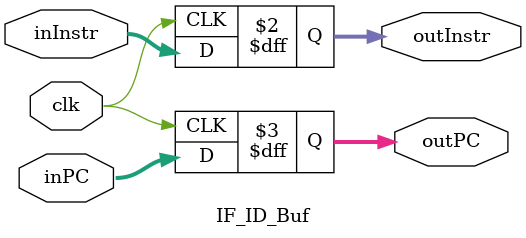
<source format=v>
`timescale 1ns / 1ps


module IF_ID_Buf(clk, inInstr, outInstr, inPC, outPC);

input clk;
input [31:0] inInstr, inPC;         //Instruction memory and Program Counter
output reg [31:0] outInstr, outPC;


always @(posedge clk)
begin
    outInstr = inInstr;             //Setting the IM and PC to the output values
    outPC = inPC;
end

endmodule

</source>
